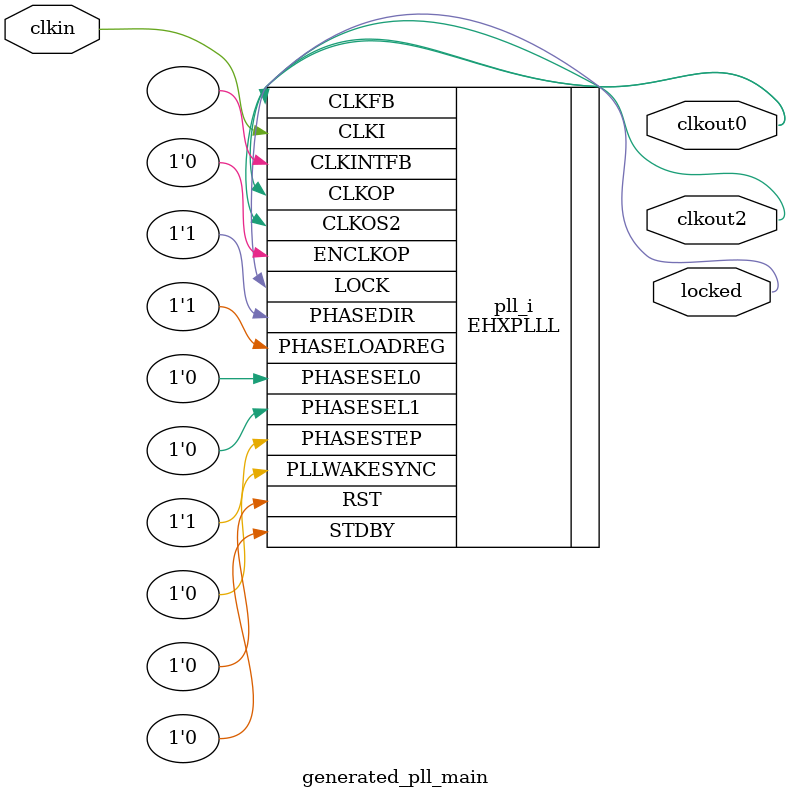
<source format=v>
module generated_pll_main
(
    input clkin, // 100 MHz, 0 deg
    output clkout0, // 75 MHz, 0 deg
    output clkout2, // 35.2941 MHz, 0 deg
    output locked
);
(* FREQUENCY_PIN_CLKI="100" *)
(* FREQUENCY_PIN_CLKOP="75" *)
(* FREQUENCY_PIN_CLKOS2="35.2941" *)
(* ICP_CURRENT="12" *) (* LPF_RESISTOR="8" *) (* MFG_ENABLE_FILTEROPAMP="1" *) (* MFG_GMCREF_SEL="2" *)
EHXPLLL #(
        .PLLRST_ENA("DISABLED"),
        .INTFB_WAKE("DISABLED"),
        .STDBY_ENABLE("DISABLED"),
        .DPHASE_SOURCE("DISABLED"),
        .OUTDIVIDER_MUXA("DIVA"),
        .OUTDIVIDER_MUXB("DIVB"),
        .OUTDIVIDER_MUXC("DIVC"),
        .OUTDIVIDER_MUXD("DIVD"),
        .CLKI_DIV(4),
        .CLKOP_ENABLE("ENABLED"),
        .CLKOP_DIV(8),
        .CLKOP_CPHASE(4),
        .CLKOP_FPHASE(0),
        .CLKOS2_ENABLE("ENABLED"),
        .CLKOS2_DIV(17),
        .CLKOS2_CPHASE(4),
        .CLKOS2_FPHASE(0),
        .FEEDBK_PATH("CLKOP"),
        .CLKFB_DIV(3)
    ) pll_i (
        .RST(1'b0),
        .STDBY(1'b0),
        .CLKI(clkin),
        .CLKOP(clkout0),
        .CLKOS2(clkout2),
        .CLKFB(clkout0),
        .CLKINTFB(),
        .PHASESEL0(1'b0),
        .PHASESEL1(1'b0),
        .PHASEDIR(1'b1),
        .PHASESTEP(1'b1),
        .PHASELOADREG(1'b1),
        .PLLWAKESYNC(1'b0),
        .ENCLKOP(1'b0),
        .LOCK(locked)
	);
endmodule

</source>
